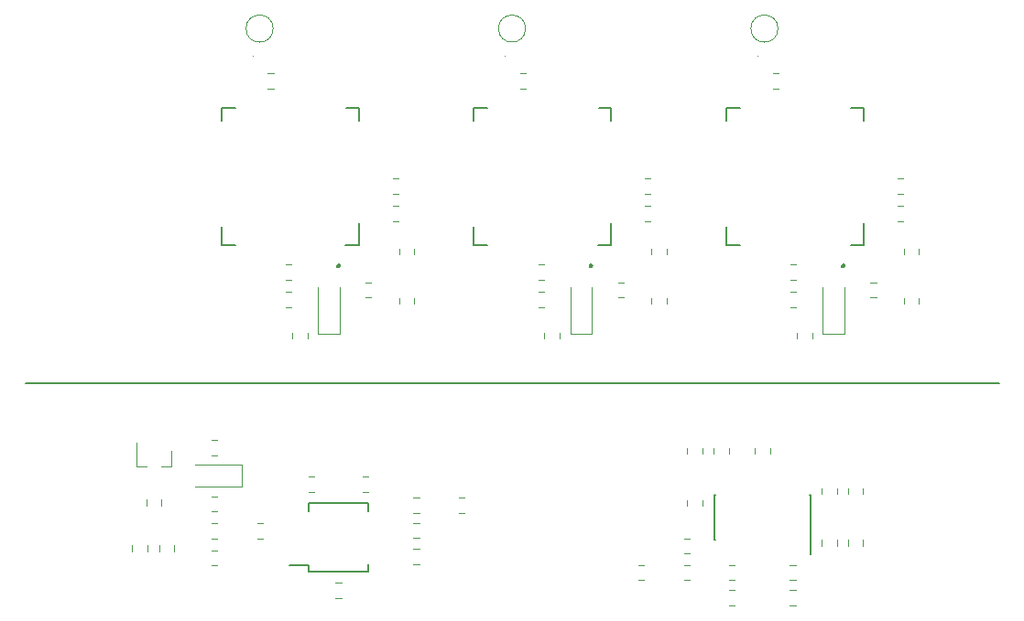
<source format=gbr>
G04 #@! TF.GenerationSoftware,KiCad,Pcbnew,5.1.6+dfsg1-1~bpo10+1*
G04 #@! TF.CreationDate,2020-10-03T08:29:09-04:00*
G04 #@! TF.ProjectId,hardware,68617264-7761-4726-952e-6b696361645f,1.0.0*
G04 #@! TF.SameCoordinates,Original*
G04 #@! TF.FileFunction,Legend,Bot*
G04 #@! TF.FilePolarity,Positive*
%FSLAX46Y46*%
G04 Gerber Fmt 4.6, Leading zero omitted, Abs format (unit mm)*
G04 Created by KiCad (PCBNEW 5.1.6+dfsg1-1~bpo10+1) date 2020-10-03 08:29:09*
%MOMM*%
%LPD*%
G01*
G04 APERTURE LIST*
%ADD10C,0.150000*%
%ADD11C,0.400000*%
%ADD12C,0.127000*%
%ADD13C,0.120000*%
%ADD14C,0.100000*%
G04 APERTURE END LIST*
D10*
X70000000Y-94000000D02*
X160000000Y-94000000D01*
D11*
X145640330Y-83155000D02*
G75*
G03*
X145640330Y-83155000I-50000J0D01*
G01*
D12*
X134795330Y-81250000D02*
X136065330Y-81250000D01*
X134795330Y-79573600D02*
X134795330Y-81250000D01*
X134795330Y-68550000D02*
X136065330Y-68550000D01*
X134795330Y-69750000D02*
X134795330Y-68550000D01*
X147495330Y-68550000D02*
X146352330Y-68550000D01*
X147495330Y-69750000D02*
X147495330Y-68550000D01*
X147495330Y-81250000D02*
X146295330Y-81250000D01*
X147495330Y-79250000D02*
X147495330Y-81250000D01*
D11*
X122306998Y-83155000D02*
G75*
G03*
X122306998Y-83155000I-50000J0D01*
G01*
D12*
X111461998Y-81250000D02*
X112731998Y-81250000D01*
X111461998Y-79573600D02*
X111461998Y-81250000D01*
X111461998Y-68550000D02*
X112731998Y-68550000D01*
X111461998Y-69750000D02*
X111461998Y-68550000D01*
X124161998Y-68550000D02*
X123018998Y-68550000D01*
X124161998Y-69750000D02*
X124161998Y-68550000D01*
X124161998Y-81250000D02*
X122961998Y-81250000D01*
X124161998Y-79250000D02*
X124161998Y-81250000D01*
D11*
X98973666Y-83155000D02*
G75*
G03*
X98973666Y-83155000I-50000J0D01*
G01*
D12*
X88128666Y-81250000D02*
X89398666Y-81250000D01*
X88128666Y-79573600D02*
X88128666Y-81250000D01*
X88128666Y-68550000D02*
X89398666Y-68550000D01*
X88128666Y-69750000D02*
X88128666Y-68550000D01*
X100828666Y-68550000D02*
X99685666Y-68550000D01*
X100828666Y-69750000D02*
X100828666Y-68550000D01*
X100828666Y-81250000D02*
X99628666Y-81250000D01*
X100828666Y-79250000D02*
X100828666Y-81250000D01*
D13*
X104489918Y-79039000D02*
X103967414Y-79039000D01*
X104489918Y-77619000D02*
X103967414Y-77619000D01*
X104489918Y-75079000D02*
X103967414Y-75079000D01*
X104489918Y-76499000D02*
X103967414Y-76499000D01*
X127823250Y-75079000D02*
X127300746Y-75079000D01*
X127823250Y-76499000D02*
X127300746Y-76499000D01*
X127823250Y-77619000D02*
X127300746Y-77619000D01*
X127823250Y-79039000D02*
X127300746Y-79039000D01*
X151156582Y-79039000D02*
X150634078Y-79039000D01*
X151156582Y-77619000D02*
X150634078Y-77619000D01*
X151156582Y-76499000D02*
X150634078Y-76499000D01*
X151156582Y-75079000D02*
X150634078Y-75079000D01*
X92430414Y-65340000D02*
X92952918Y-65340000D01*
X92430414Y-66760000D02*
X92952918Y-66760000D01*
X115763746Y-66760000D02*
X116286250Y-66760000D01*
X115763746Y-65340000D02*
X116286250Y-65340000D01*
X139097078Y-66760000D02*
X139619582Y-66760000D01*
X139097078Y-65340000D02*
X139619582Y-65340000D01*
X94603918Y-85540000D02*
X94081414Y-85540000D01*
X94603918Y-86960000D02*
X94081414Y-86960000D01*
X94603918Y-84460000D02*
X94081414Y-84460000D01*
X94603918Y-83040000D02*
X94081414Y-83040000D01*
X117937250Y-85540000D02*
X117414746Y-85540000D01*
X117937250Y-86960000D02*
X117414746Y-86960000D01*
X117937250Y-84460000D02*
X117414746Y-84460000D01*
X117937250Y-83040000D02*
X117414746Y-83040000D01*
X141270582Y-85540000D02*
X140748078Y-85540000D01*
X141270582Y-86960000D02*
X140748078Y-86960000D01*
X141270582Y-84460000D02*
X140748078Y-84460000D01*
X141270582Y-83040000D02*
X140748078Y-83040000D01*
X94657666Y-89388748D02*
X94657666Y-89911252D01*
X96077666Y-89388748D02*
X96077666Y-89911252D01*
X117990998Y-89388748D02*
X117990998Y-89911252D01*
X119410998Y-89388748D02*
X119410998Y-89911252D01*
X142744330Y-89388748D02*
X142744330Y-89911252D01*
X141324330Y-89388748D02*
X141324330Y-89911252D01*
D14*
X92920660Y-61195000D02*
G75*
G03*
X92920660Y-61195000I-1253994J0D01*
G01*
X91066666Y-63745000D02*
G75*
G03*
X91066666Y-63745000I-50000J0D01*
G01*
X114399998Y-63745000D02*
G75*
G03*
X114399998Y-63745000I-50000J0D01*
G01*
X116253992Y-61195000D02*
G75*
G03*
X116253992Y-61195000I-1253994J0D01*
G01*
X137733330Y-63745000D02*
G75*
G03*
X137733330Y-63745000I-50000J0D01*
G01*
X139587324Y-61195000D02*
G75*
G03*
X139587324Y-61195000I-1253994J0D01*
G01*
D13*
X135088748Y-112260000D02*
X135611252Y-112260000D01*
X135088748Y-110840000D02*
X135611252Y-110840000D01*
X145060000Y-103738748D02*
X145060000Y-104261252D01*
X143640000Y-103738748D02*
X143640000Y-104261252D01*
X143640000Y-108538748D02*
X143640000Y-109061252D01*
X145060000Y-108538748D02*
X145060000Y-109061252D01*
X130888748Y-112260000D02*
X131411252Y-112260000D01*
X130888748Y-110840000D02*
X131411252Y-110840000D01*
X105888748Y-106955000D02*
X106411252Y-106955000D01*
X105888748Y-108375000D02*
X106411252Y-108375000D01*
X105888748Y-110810000D02*
X106411252Y-110810000D01*
X105888748Y-109390000D02*
X106411252Y-109390000D01*
X106411252Y-106010000D02*
X105888748Y-106010000D01*
X106411252Y-104590000D02*
X105888748Y-104590000D01*
X92011252Y-108410000D02*
X91488748Y-108410000D01*
X92011252Y-106990000D02*
X91488748Y-106990000D01*
X101711252Y-102690000D02*
X101188748Y-102690000D01*
X101711252Y-104110000D02*
X101188748Y-104110000D01*
X87188748Y-99290000D02*
X87711252Y-99290000D01*
X87188748Y-100710000D02*
X87711252Y-100710000D01*
X87188748Y-110910000D02*
X87711252Y-110910000D01*
X87188748Y-109490000D02*
X87711252Y-109490000D01*
X99211252Y-113910000D02*
X98688748Y-113910000D01*
X99211252Y-112490000D02*
X98688748Y-112490000D01*
X105963666Y-81567748D02*
X105963666Y-82090252D01*
X104543666Y-81567748D02*
X104543666Y-82090252D01*
X127876998Y-81567748D02*
X127876998Y-82090252D01*
X129296998Y-81567748D02*
X129296998Y-82090252D01*
X152630330Y-81567748D02*
X152630330Y-82090252D01*
X151210330Y-81567748D02*
X151210330Y-82090252D01*
X140688748Y-113190000D02*
X141211252Y-113190000D01*
X140688748Y-114610000D02*
X141211252Y-114610000D01*
X146040000Y-104261252D02*
X146040000Y-103738748D01*
X147460000Y-104261252D02*
X147460000Y-103738748D01*
X141211252Y-110840000D02*
X140688748Y-110840000D01*
X141211252Y-112260000D02*
X140688748Y-112260000D01*
X130888748Y-108390000D02*
X131411252Y-108390000D01*
X130888748Y-109810000D02*
X131411252Y-109810000D01*
X147460000Y-109061252D02*
X147460000Y-108538748D01*
X146040000Y-109061252D02*
X146040000Y-108538748D01*
X135088748Y-113190000D02*
X135611252Y-113190000D01*
X135088748Y-114610000D02*
X135611252Y-114610000D01*
X131190000Y-104888748D02*
X131190000Y-105411252D01*
X132610000Y-104888748D02*
X132610000Y-105411252D01*
X132610000Y-100038748D02*
X132610000Y-100561252D01*
X131190000Y-100038748D02*
X131190000Y-100561252D01*
X82377204Y-109568795D02*
X82377204Y-109046291D01*
X83797204Y-109568795D02*
X83797204Y-109046291D01*
X126663748Y-110840000D02*
X127186252Y-110840000D01*
X126663748Y-112260000D02*
X127186252Y-112260000D01*
X82597204Y-105343795D02*
X82597204Y-104821291D01*
X81177204Y-105343795D02*
X81177204Y-104821291D01*
X79877204Y-109568795D02*
X79877204Y-109046291D01*
X81297204Y-109568795D02*
X81297204Y-109046291D01*
X87188748Y-105910000D02*
X87711252Y-105910000D01*
X87188748Y-104490000D02*
X87711252Y-104490000D01*
X87711252Y-106990000D02*
X87188748Y-106990000D01*
X87711252Y-108410000D02*
X87188748Y-108410000D01*
X96711252Y-102690000D02*
X96188748Y-102690000D01*
X96711252Y-104110000D02*
X96188748Y-104110000D01*
X104543666Y-86148381D02*
X104543666Y-86670885D01*
X105963666Y-86148381D02*
X105963666Y-86670885D01*
X127876998Y-86148381D02*
X127876998Y-86670885D01*
X129296998Y-86148381D02*
X129296998Y-86670885D01*
X152630330Y-86148381D02*
X152630330Y-86670885D01*
X151210330Y-86148381D02*
X151210330Y-86670885D01*
X101996918Y-86094633D02*
X101474414Y-86094633D01*
X101996918Y-84674633D02*
X101474414Y-84674633D01*
X125330250Y-84674633D02*
X124807746Y-84674633D01*
X125330250Y-86094633D02*
X124807746Y-86094633D01*
X148663582Y-84674633D02*
X148141078Y-84674633D01*
X148663582Y-86094633D02*
X148141078Y-86094633D01*
D10*
X96200000Y-110850000D02*
X94450000Y-110850000D01*
X96200000Y-105095000D02*
X101700000Y-105095000D01*
X96200000Y-111505000D02*
X101700000Y-111505000D01*
X96200000Y-105095000D02*
X96200000Y-105845000D01*
X101700000Y-105095000D02*
X101700000Y-105845000D01*
X101700000Y-111505000D02*
X101700000Y-110755000D01*
X96200000Y-111505000D02*
X96200000Y-110850000D01*
D13*
X99067666Y-85125000D02*
X99067666Y-89425000D01*
X99067666Y-89425000D02*
X97067666Y-89425000D01*
X97067666Y-89425000D02*
X97067666Y-85125000D01*
X120400998Y-89425000D02*
X120400998Y-85125000D01*
X122400998Y-89425000D02*
X120400998Y-89425000D01*
X122400998Y-85125000D02*
X122400998Y-89425000D01*
X145734330Y-85125000D02*
X145734330Y-89425000D01*
X145734330Y-89425000D02*
X143734330Y-89425000D01*
X143734330Y-89425000D02*
X143734330Y-85125000D01*
X83467204Y-101717543D02*
X83467204Y-100257543D01*
X80307204Y-101717543D02*
X80307204Y-99557543D01*
X80307204Y-101717543D02*
X81237204Y-101717543D01*
X83467204Y-101717543D02*
X82537204Y-101717543D01*
X85700000Y-101600000D02*
X90000000Y-101600000D01*
X90000000Y-101600000D02*
X90000000Y-103600000D01*
X90000000Y-103600000D02*
X85700000Y-103600000D01*
X110611252Y-104590000D02*
X110088748Y-104590000D01*
X110611252Y-106010000D02*
X110088748Y-106010000D01*
X133640000Y-100561252D02*
X133640000Y-100038748D01*
X135060000Y-100561252D02*
X135060000Y-100038748D01*
X137440000Y-100038748D02*
X137440000Y-100561252D01*
X138860000Y-100038748D02*
X138860000Y-100561252D01*
D10*
X142575000Y-108475000D02*
X142575000Y-109850000D01*
X133700000Y-108475000D02*
X133700000Y-104325000D01*
X142600000Y-108475000D02*
X142600000Y-104325000D01*
X133700000Y-108475000D02*
X133815000Y-108475000D01*
X133700000Y-104325000D02*
X133815000Y-104325000D01*
X142600000Y-104325000D02*
X142485000Y-104325000D01*
X142600000Y-108475000D02*
X142575000Y-108475000D01*
M02*

</source>
